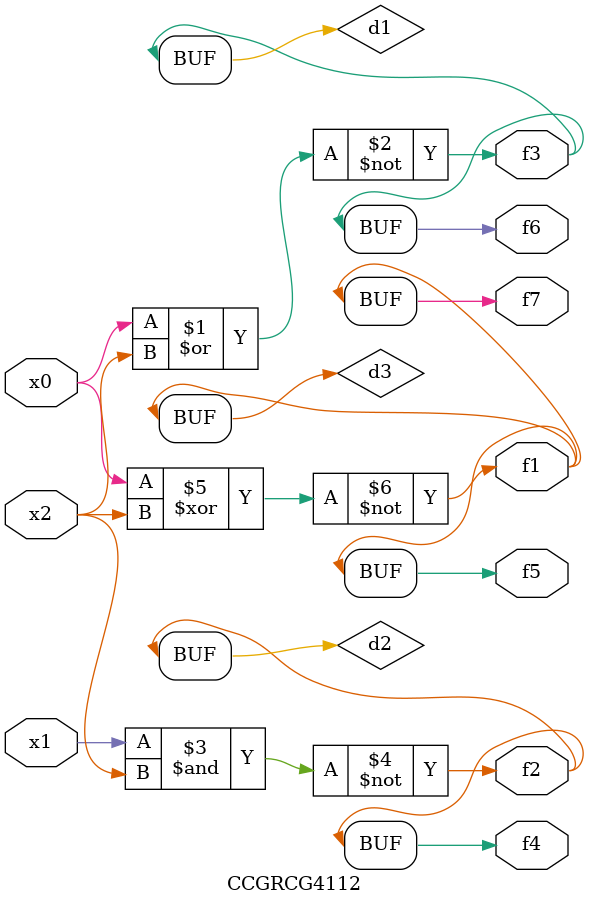
<source format=v>
module CCGRCG4112(
	input x0, x1, x2,
	output f1, f2, f3, f4, f5, f6, f7
);

	wire d1, d2, d3;

	nor (d1, x0, x2);
	nand (d2, x1, x2);
	xnor (d3, x0, x2);
	assign f1 = d3;
	assign f2 = d2;
	assign f3 = d1;
	assign f4 = d2;
	assign f5 = d3;
	assign f6 = d1;
	assign f7 = d3;
endmodule

</source>
